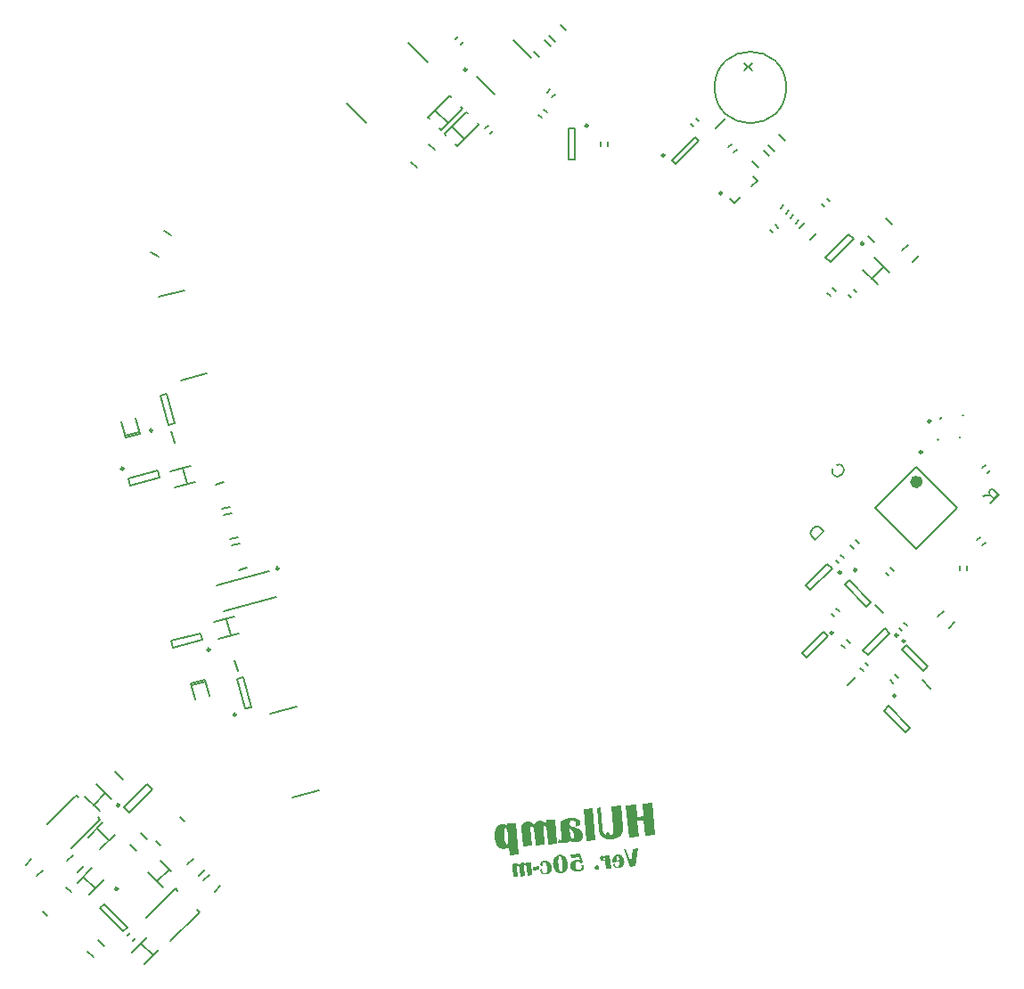
<source format=gbo>
G04 Layer_Color=32896*
%FSLAX44Y44*%
%MOMM*%
G71*
G01*
G75*
%ADD10C,0.3000*%
%ADD23C,0.6000*%
%ADD27C,0.2000*%
%ADD89C,0.2500*%
G36*
X21564Y-366333D02*
X12805Y-367099D01*
X11692Y-354375D01*
X11557Y-353364D01*
X11434Y-352492D01*
X11231Y-351767D01*
X11036Y-351133D01*
X10804Y-350596D01*
X10533Y-350156D01*
X10270Y-349807D01*
X10011Y-349504D01*
X9807Y-349290D01*
X9560Y-349126D01*
X9322Y-349054D01*
X9129Y-348978D01*
X8844Y-348910D01*
X8798Y-348914D01*
X8752Y-348918D01*
X8614Y-348930D01*
X8530Y-349030D01*
X8365Y-349277D01*
X8301Y-349608D01*
X8238Y-349938D01*
X8224Y-350311D01*
X8206Y-350638D01*
X8226Y-350868D01*
X8230Y-350914D01*
X8234Y-350961D01*
X9670Y-367373D01*
X910Y-368139D01*
X-203Y-355415D01*
X-338Y-354405D01*
X-460Y-353533D01*
X-667Y-352761D01*
X-862Y-352128D01*
X-1095Y-351591D01*
X-1366Y-351150D01*
X-1629Y-350801D01*
X-1887Y-350499D01*
X-2092Y-350285D01*
X-2334Y-350166D01*
X-2577Y-350048D01*
X-2770Y-349972D01*
X-3054Y-349904D01*
X-3100Y-349908D01*
X-3146Y-349912D01*
X-3415Y-350029D01*
X-3583Y-350229D01*
X-3744Y-350522D01*
X-3812Y-350807D01*
X-3829Y-351133D01*
X-3851Y-351414D01*
X-3835Y-351598D01*
X-3827Y-351691D01*
X-2363Y-368426D01*
X-11122Y-369192D01*
X-12635Y-351904D01*
X-12682Y-350839D01*
X-12528Y-349943D01*
X-12320Y-349135D01*
X-12011Y-348411D01*
X-11599Y-347818D01*
X-11136Y-347266D01*
X-10661Y-346853D01*
X-10136Y-346482D01*
X-9603Y-346203D01*
X-9066Y-345970D01*
X-8571Y-345788D01*
X-8118Y-345655D01*
X-7753Y-345577D01*
X-7481Y-345507D01*
X-7250Y-345486D01*
X-7204Y-345482D01*
X-6416Y-345460D01*
X-5717Y-345491D01*
X-5009Y-345615D01*
X-4389Y-345793D01*
X-3766Y-346018D01*
X-3189Y-346246D01*
X-2699Y-346528D01*
X-2210Y-346811D01*
X-1813Y-347101D01*
X-1462Y-347396D01*
X-1115Y-347644D01*
X-860Y-347900D01*
X-656Y-348115D01*
X-501Y-348287D01*
X-447Y-348375D01*
X-397Y-348417D01*
X-173Y-347794D01*
X148Y-347208D01*
X476Y-346715D01*
X813Y-346314D01*
X1195Y-345909D01*
X1632Y-345592D01*
X2027Y-345325D01*
X2426Y-345104D01*
X3189Y-344805D01*
X3504Y-344685D01*
X3823Y-344610D01*
X4049Y-344544D01*
X4234Y-344528D01*
X4372Y-344516D01*
X4418Y-344512D01*
X5206Y-344490D01*
X5951Y-344517D01*
X6659Y-344641D01*
X7279Y-344819D01*
X7906Y-345089D01*
X8438Y-345322D01*
X8931Y-345650D01*
X9374Y-345937D01*
X9771Y-346227D01*
X10126Y-346568D01*
X10427Y-346820D01*
X10682Y-347076D01*
X10844Y-347341D01*
X10999Y-347513D01*
X11053Y-347602D01*
X11103Y-347644D01*
X10772Y-343863D01*
X12402Y-343906D01*
X14028Y-343904D01*
X15515Y-343913D01*
X16210Y-343898D01*
X16856Y-343842D01*
X17413Y-343840D01*
X17966Y-343791D01*
X18431Y-343797D01*
X18846Y-343761D01*
X19169Y-343732D01*
X19400Y-343712D01*
X19538Y-343700D01*
X19584Y-343696D01*
X21564Y-366333D01*
D02*
G37*
G36*
X-14676Y-376890D02*
X-23436Y-377656D01*
X-24230Y-368574D01*
X-24471Y-369013D01*
X-24761Y-369410D01*
X-25056Y-369761D01*
X-25404Y-370024D01*
X-26148Y-370553D01*
X-26907Y-370898D01*
X-27587Y-371097D01*
X-27905Y-371172D01*
X-28178Y-371242D01*
X-28405Y-371308D01*
X-28589Y-371324D01*
X-28681Y-371332D01*
X-28727Y-371336D01*
X-29469Y-371355D01*
X-30169Y-371323D01*
X-30826Y-371241D01*
X-31446Y-371063D01*
X-32023Y-370835D01*
X-32604Y-370561D01*
X-33595Y-369858D01*
X-34455Y-369050D01*
X-35190Y-368092D01*
X-35836Y-367080D01*
X-36351Y-365964D01*
X-36771Y-364886D01*
X-37140Y-363850D01*
X-37413Y-362852D01*
X-37586Y-361938D01*
X-37743Y-361208D01*
X-37771Y-360885D01*
X-37842Y-360613D01*
X-37862Y-360382D01*
X-37874Y-360244D01*
X-37882Y-360152D01*
X-37886Y-360106D01*
X-37971Y-359137D01*
X-37959Y-358207D01*
X-37944Y-357323D01*
X-37874Y-356528D01*
X-37758Y-355728D01*
X-37634Y-355020D01*
X-37506Y-354358D01*
X-37374Y-353743D01*
X-37188Y-353216D01*
X-37044Y-352738D01*
X-36892Y-352354D01*
X-36736Y-352015D01*
X-36622Y-351726D01*
X-36546Y-351534D01*
X-36507Y-351437D01*
X-36465Y-351387D01*
X-36103Y-350751D01*
X-35682Y-350250D01*
X-35261Y-349749D01*
X-34833Y-349340D01*
X-34400Y-348977D01*
X-33917Y-348656D01*
X-33472Y-348431D01*
X-33027Y-348206D01*
X-32218Y-347903D01*
X-31903Y-347783D01*
X-31584Y-347708D01*
X-31358Y-347642D01*
X-31173Y-347626D01*
X-31035Y-347614D01*
X-30989Y-347610D01*
X-30386Y-347603D01*
X-29778Y-347643D01*
X-29255Y-347783D01*
X-28732Y-347923D01*
X-27857Y-348358D01*
X-27113Y-348896D01*
X-26550Y-349498D01*
X-26137Y-349972D01*
X-25982Y-350145D01*
X-25920Y-350325D01*
X-25820Y-350409D01*
X-25816Y-350455D01*
X-26102Y-347182D01*
X-24288Y-347209D01*
X-22616Y-347202D01*
X-21824Y-347226D01*
X-21083Y-347207D01*
X-20433Y-347197D01*
X-19834Y-347145D01*
X-19231Y-347138D01*
X-18769Y-347098D01*
X-18304Y-347104D01*
X-17982Y-347076D01*
X-17659Y-347047D01*
X-17474Y-347031D01*
X-17336Y-347019D01*
X-17290Y-347015D01*
X-14676Y-376890D01*
D02*
G37*
G36*
X114415Y-358209D02*
X104964Y-359036D01*
X103686Y-344421D01*
X97692Y-344946D01*
X98971Y-359560D01*
X89520Y-360387D01*
X86874Y-330144D01*
X96325Y-329317D01*
X97358Y-341119D01*
X103351Y-340595D01*
X102318Y-328793D01*
X111769Y-327966D01*
X114415Y-358209D01*
D02*
G37*
G36*
X10388Y-382648D02*
X10888Y-382708D01*
X11336Y-382773D01*
X11788Y-382890D01*
X12189Y-383010D01*
X12564Y-383134D01*
X12915Y-383285D01*
X13215Y-383441D01*
X13486Y-383573D01*
X13706Y-383710D01*
X13901Y-383849D01*
X14064Y-383939D01*
X14177Y-384033D01*
X14233Y-384080D01*
X14261Y-384104D01*
X14602Y-384438D01*
X14894Y-384802D01*
X15160Y-385169D01*
X15403Y-385564D01*
X15620Y-385961D01*
X15785Y-386363D01*
X16061Y-387145D01*
X16170Y-387500D01*
X16251Y-387831D01*
X16330Y-388136D01*
X16379Y-388391D01*
X16422Y-388596D01*
X16438Y-388776D01*
X16447Y-388880D01*
X16449Y-388905D01*
X16473Y-389476D01*
X16467Y-389996D01*
X16432Y-390493D01*
X16370Y-390967D01*
X16253Y-391419D01*
X16132Y-391820D01*
X15985Y-392223D01*
X15808Y-392576D01*
X15603Y-392906D01*
X15396Y-393211D01*
X14922Y-393746D01*
X14417Y-394207D01*
X13852Y-394594D01*
X13307Y-394902D01*
X12781Y-395130D01*
X12278Y-395330D01*
X11820Y-395448D01*
X11438Y-395533D01*
X11285Y-395573D01*
X11130Y-395587D01*
X11029Y-395621D01*
X10952Y-395628D01*
X10900Y-395633D01*
X10875Y-395635D01*
X10408Y-395650D01*
X9967Y-395662D01*
X9547Y-395621D01*
X9153Y-395577D01*
X8783Y-395506D01*
X8436Y-395406D01*
X7817Y-395174D01*
X7295Y-394856D01*
X6846Y-394479D01*
X6475Y-394095D01*
X6152Y-393681D01*
X5908Y-393261D01*
X5717Y-392861D01*
X5551Y-392460D01*
X5442Y-392105D01*
X5366Y-391826D01*
X5320Y-391596D01*
X5306Y-391441D01*
X5302Y-391389D01*
X5285Y-390896D01*
X7143Y-390136D01*
X7123Y-390502D01*
X7098Y-390816D01*
X7095Y-391076D01*
X7085Y-391259D01*
X7073Y-391416D01*
X7084Y-391545D01*
X7088Y-391597D01*
X7091Y-391623D01*
X7166Y-392188D01*
X7286Y-392672D01*
X7454Y-393099D01*
X7640Y-393447D01*
X7848Y-393741D01*
X8103Y-393979D01*
X8330Y-394193D01*
X8576Y-394328D01*
X8847Y-394460D01*
X9061Y-394519D01*
X9274Y-394579D01*
X9485Y-394612D01*
X9642Y-394624D01*
X9773Y-394639D01*
X9851Y-394632D01*
X9876Y-394630D01*
X10132Y-394581D01*
X10336Y-394538D01*
X10738Y-394372D01*
X11030Y-394139D01*
X11270Y-393910D01*
X11458Y-393685D01*
X11569Y-393467D01*
X11635Y-393332D01*
X11657Y-393278D01*
X11711Y-393013D01*
X11764Y-392722D01*
X11814Y-392406D01*
X11837Y-392066D01*
X11851Y-391336D01*
X11863Y-390581D01*
X11833Y-390246D01*
X11830Y-389908D01*
X11803Y-389598D01*
X11806Y-389338D01*
X11788Y-389131D01*
X11772Y-388951D01*
X11763Y-388847D01*
X11761Y-388821D01*
X11720Y-388357D01*
X11654Y-387895D01*
X11592Y-387484D01*
X11506Y-387101D01*
X11423Y-386744D01*
X11342Y-386413D01*
X11135Y-385833D01*
X10910Y-385333D01*
X10667Y-384938D01*
X10429Y-384595D01*
X10172Y-384331D01*
X9947Y-384143D01*
X9727Y-384006D01*
X9509Y-383895D01*
X9322Y-383834D01*
X9162Y-383795D01*
X9057Y-383779D01*
X8980Y-383785D01*
X8954Y-383788D01*
X8646Y-383841D01*
X8369Y-383943D01*
X8151Y-384118D01*
X7932Y-384293D01*
X7795Y-384513D01*
X7660Y-384759D01*
X7552Y-385003D01*
X7497Y-385267D01*
X7411Y-385769D01*
X7379Y-386006D01*
X7372Y-386215D01*
X7359Y-386372D01*
X7371Y-386501D01*
X7380Y-386604D01*
X7382Y-386630D01*
X7538Y-387813D01*
X5331Y-386965D01*
X5321Y-386264D01*
X5398Y-385659D01*
X5558Y-385099D01*
X5803Y-384636D01*
X6105Y-384219D01*
X6439Y-383878D01*
X6804Y-383586D01*
X7173Y-383345D01*
X7572Y-383154D01*
X7948Y-382991D01*
X8303Y-382882D01*
X8631Y-382776D01*
X8913Y-382725D01*
X9117Y-382681D01*
X9246Y-382670D01*
X9298Y-382665D01*
X9842Y-382644D01*
X10388Y-382648D01*
D02*
G37*
G36*
X57893Y-363154D02*
X49134Y-363921D01*
X46448Y-333216D01*
X48304Y-333193D01*
X49976Y-333186D01*
X50763Y-333164D01*
X51459Y-333149D01*
X52150Y-333089D01*
X52754Y-333083D01*
X53307Y-333034D01*
X53814Y-332990D01*
X54233Y-332999D01*
X54602Y-332967D01*
X54879Y-332943D01*
X55063Y-332927D01*
X55201Y-332915D01*
X55247Y-332911D01*
X57893Y-363154D01*
D02*
G37*
G36*
X289691Y-5410D02*
X289730Y-5423D01*
X289756D01*
X290058Y-5488D01*
X290359Y-5554D01*
X290634Y-5645D01*
X290909Y-5763D01*
X291419Y-6038D01*
X291851Y-6313D01*
X292061Y-6444D01*
X292218Y-6575D01*
X292375Y-6706D01*
X292506Y-6811D01*
X292611Y-6889D01*
X292676Y-6955D01*
X292729Y-7007D01*
X292742Y-7020D01*
X293148Y-7478D01*
X293501Y-7963D01*
X293789Y-8408D01*
X293907Y-8630D01*
X294012Y-8840D01*
X294103Y-9036D01*
X294182Y-9220D01*
X294247Y-9364D01*
X294313Y-9508D01*
X294339Y-9613D01*
X294365Y-9691D01*
X294391Y-9743D01*
Y-9770D01*
X294522Y-10346D01*
X294562Y-10909D01*
Y-11432D01*
X294522Y-11917D01*
X294457Y-12323D01*
X294418Y-12493D01*
X294378Y-12637D01*
X294365Y-12755D01*
X294339Y-12833D01*
X294313Y-12886D01*
Y-12912D01*
X294090Y-13501D01*
X293802Y-14051D01*
X293475Y-14562D01*
X293161Y-15007D01*
X293017Y-15203D01*
X292859Y-15387D01*
X292742Y-15531D01*
X292611Y-15662D01*
X292532Y-15766D01*
X292454Y-15845D01*
X292401Y-15897D01*
X292388Y-15910D01*
X291891Y-16356D01*
X291380Y-16761D01*
X290909Y-17102D01*
X290660Y-17246D01*
X290450Y-17377D01*
X290254Y-17495D01*
X290058Y-17586D01*
X289887Y-17678D01*
X289756Y-17757D01*
X289639Y-17796D01*
X289560Y-17848D01*
X289495Y-17861D01*
X289482Y-17874D01*
X288892Y-18071D01*
X288316Y-18202D01*
X287779Y-18267D01*
X287544D01*
X287321Y-18280D01*
X287112D01*
X286915Y-18267D01*
X286745Y-18254D01*
X286614Y-18228D01*
X286509D01*
X286418Y-18215D01*
X286378Y-18202D01*
X286352D01*
X286064Y-18123D01*
X285789Y-18032D01*
X285252Y-17783D01*
X284755Y-17495D01*
X284310Y-17180D01*
X284100Y-17023D01*
X283917Y-16892D01*
X283760Y-16761D01*
X283642Y-16644D01*
X283524Y-16552D01*
X283445Y-16473D01*
X283393Y-16421D01*
X283380Y-16408D01*
X283131Y-16133D01*
X282909Y-15858D01*
X282699Y-15596D01*
X282529Y-15321D01*
X282385Y-15046D01*
X282254Y-14784D01*
X282136Y-14536D01*
X282045Y-14287D01*
X281966Y-14077D01*
X281887Y-13868D01*
X281848Y-13698D01*
X281809Y-13527D01*
X281796Y-13410D01*
X281756Y-13318D01*
Y-13266D01*
Y-13239D01*
X281730Y-12899D01*
Y-12585D01*
X281770Y-12257D01*
X281809Y-11930D01*
X281940Y-11328D01*
X282123Y-10778D01*
X282215Y-10529D01*
X282306Y-10307D01*
X282398Y-10110D01*
X282477Y-9953D01*
X282542Y-9809D01*
X282595Y-9704D01*
X282634Y-9639D01*
X282647Y-9626D01*
X284153Y-10529D01*
X283995Y-10791D01*
X283864Y-11053D01*
X283747Y-11302D01*
X283642Y-11537D01*
X283563Y-11773D01*
X283511Y-11982D01*
X283472Y-12205D01*
X283432Y-12401D01*
X283393Y-12572D01*
Y-12729D01*
X283380Y-12873D01*
X283367Y-12991D01*
X283380Y-13082D01*
Y-13161D01*
Y-13187D01*
Y-13213D01*
X283406Y-13449D01*
X283472Y-13671D01*
X283616Y-14103D01*
X283786Y-14483D01*
X283995Y-14824D01*
X284179Y-15112D01*
X284257Y-15216D01*
X284349Y-15308D01*
X284414Y-15400D01*
X284467Y-15452D01*
X284493Y-15478D01*
X284506Y-15491D01*
X284820Y-15779D01*
X285161Y-16015D01*
X285488Y-16212D01*
X285802Y-16369D01*
X286064Y-16473D01*
X286182Y-16513D01*
X286274Y-16552D01*
X286352Y-16578D01*
X286418Y-16591D01*
X286457Y-16604D01*
X286470Y-16617D01*
X286902Y-16683D01*
X287308Y-16696D01*
X287714Y-16657D01*
X288067Y-16591D01*
X288369Y-16526D01*
X288604Y-16447D01*
X288696Y-16408D01*
X288761Y-16395D01*
X288801Y-16382D01*
X288814Y-16369D01*
X289259Y-16133D01*
X289678Y-15871D01*
X290084Y-15596D01*
X290437Y-15321D01*
X290594Y-15190D01*
X290738Y-15072D01*
X290856Y-14955D01*
X290961Y-14876D01*
X291040Y-14797D01*
X291105Y-14732D01*
X291144Y-14693D01*
X291157Y-14680D01*
X291485Y-14326D01*
X291773Y-13986D01*
X292008Y-13645D01*
X292218Y-13331D01*
X292401Y-13069D01*
X292467Y-12951D01*
X292519Y-12847D01*
X292572Y-12768D01*
X292598Y-12716D01*
X292611Y-12676D01*
X292624Y-12663D01*
X292794Y-12231D01*
X292925Y-11812D01*
X292990Y-11432D01*
X293017Y-11066D01*
X293030Y-10765D01*
X293017Y-10542D01*
X292990Y-10385D01*
X293004Y-10346D01*
X292990Y-10333D01*
X292886Y-9887D01*
X292715Y-9455D01*
X292519Y-9076D01*
X292297Y-8748D01*
X292087Y-8460D01*
X291995Y-8342D01*
X291904Y-8251D01*
X291851Y-8172D01*
X291799Y-8120D01*
X291760Y-8081D01*
X291747Y-8067D01*
X291406Y-7753D01*
X291053Y-7505D01*
X290725Y-7334D01*
X290424Y-7190D01*
X290162Y-7112D01*
X289966Y-7046D01*
X289835Y-7020D01*
X289783D01*
X289377Y-7007D01*
X288958Y-7033D01*
X288565Y-7112D01*
X288198Y-7217D01*
X287884Y-7321D01*
X287740Y-7387D01*
X287635Y-7439D01*
X287544Y-7478D01*
X287465Y-7505D01*
X287426Y-7518D01*
X287413Y-7531D01*
X286509Y-6077D01*
X286824Y-5920D01*
X287112Y-5789D01*
X287413Y-5698D01*
X287701Y-5593D01*
X287976Y-5527D01*
X288251Y-5488D01*
X288513Y-5436D01*
X288748Y-5410D01*
X288958D01*
X289154Y-5397D01*
X289599D01*
X289691Y-5410D01*
D02*
G37*
G36*
X434870Y-28967D02*
X435145Y-29006D01*
X435381Y-29058D01*
X435551Y-29124D01*
X435669Y-29163D01*
X435695D01*
X435709Y-29176D01*
X435866Y-29255D01*
X436049Y-29360D01*
X436402Y-29582D01*
X436756Y-29857D01*
X437083Y-30106D01*
X437371Y-30368D01*
X437489Y-30486D01*
X437607Y-30577D01*
X437686Y-30656D01*
X437751Y-30721D01*
X437790Y-30761D01*
X437803Y-30774D01*
X441810Y-34780D01*
X432749Y-43841D01*
X431545Y-42636D01*
X435564Y-38616D01*
X434176Y-37229D01*
X434019Y-37071D01*
X433862Y-36941D01*
X433758Y-36836D01*
X433653Y-36757D01*
X433574Y-36705D01*
X433522Y-36653D01*
X433483Y-36639D01*
X433470Y-36626D01*
X433195Y-36482D01*
X433064Y-36430D01*
X432946Y-36391D01*
X432828Y-36351D01*
X432749Y-36325D01*
X432710Y-36312D01*
X432684D01*
X432501Y-36286D01*
X432304Y-36273D01*
X431728D01*
X431584Y-36286D01*
X431492Y-36299D01*
X431466D01*
X431152Y-36351D01*
X430812Y-36404D01*
X430458Y-36469D01*
X430118Y-36521D01*
X429817Y-36587D01*
X429581Y-36639D01*
X429489Y-36653D01*
X429424Y-36665D01*
X429371D01*
X429358Y-36679D01*
X426281Y-37373D01*
X424789Y-35880D01*
X428808Y-34976D01*
X429254Y-34898D01*
X429659Y-34832D01*
X430026Y-34806D01*
X430353Y-34767D01*
X431008D01*
X431191Y-34793D01*
X431401Y-34819D01*
X431781Y-34911D01*
X431938Y-34963D01*
X432068Y-34990D01*
X432147Y-35016D01*
X432186Y-35029D01*
X431990Y-34754D01*
X431807Y-34492D01*
X431676Y-34230D01*
X431532Y-33981D01*
X431427Y-33746D01*
X431348Y-33510D01*
X431270Y-33301D01*
X431204Y-33104D01*
X431178Y-32921D01*
X431139Y-32751D01*
X431113Y-32620D01*
X431100Y-32502D01*
X431087Y-32410D01*
Y-32332D01*
Y-32306D01*
Y-32279D01*
X431113Y-32044D01*
X431139Y-31808D01*
X431257Y-31376D01*
X431427Y-30996D01*
X431610Y-30656D01*
X431781Y-30381D01*
X431859Y-30276D01*
X431951Y-30184D01*
X432003Y-30106D01*
X432055Y-30054D01*
X432082Y-30027D01*
X432095Y-30014D01*
X432383Y-29752D01*
X432671Y-29543D01*
X432972Y-29373D01*
X433234Y-29242D01*
X433483Y-29150D01*
X433666Y-29072D01*
X433797Y-29045D01*
X433823D01*
X433836Y-29032D01*
X434203Y-28980D01*
X434543Y-28954D01*
X434870Y-28967D01*
D02*
G37*
G36*
X268674Y-64165D02*
X268805D01*
X269185Y-64204D01*
X269538Y-64296D01*
X269879Y-64401D01*
X270180Y-64518D01*
X270429Y-64636D01*
X270612Y-64741D01*
X270690Y-64767D01*
X270730Y-64806D01*
X270769Y-64819D01*
X270782Y-64833D01*
X271044Y-65016D01*
X271345Y-65238D01*
X271633Y-65474D01*
X271908Y-65723D01*
X272157Y-65946D01*
X272262Y-66050D01*
X272353Y-66142D01*
X272419Y-66207D01*
X272471Y-66260D01*
X272511Y-66299D01*
X272524Y-66312D01*
X275640Y-69428D01*
X266579Y-78489D01*
X263319Y-75229D01*
X263031Y-74914D01*
X262769Y-74626D01*
X262547Y-74351D01*
X262363Y-74116D01*
X262206Y-73906D01*
X262088Y-73762D01*
X262062Y-73710D01*
X262036Y-73657D01*
X262023Y-73644D01*
X262010Y-73631D01*
X261840Y-73330D01*
X261709Y-73042D01*
X261591Y-72793D01*
X261512Y-72558D01*
X261447Y-72361D01*
X261407Y-72217D01*
X261394Y-72126D01*
X261381Y-72086D01*
X261329Y-71798D01*
Y-71510D01*
X261316Y-71235D01*
X261329Y-70986D01*
X261342Y-70764D01*
X261355Y-70594D01*
X261368Y-70476D01*
X261381Y-70437D01*
X261460Y-70096D01*
X261551Y-69743D01*
X261656Y-69428D01*
X261787Y-69140D01*
X261892Y-68878D01*
X261984Y-68682D01*
X262023Y-68617D01*
X262049Y-68564D01*
X262062Y-68525D01*
X262075Y-68512D01*
X262311Y-68119D01*
X262560Y-67739D01*
X262822Y-67399D01*
X263070Y-67072D01*
X263306Y-66810D01*
X263411Y-66705D01*
X263489Y-66600D01*
X263555Y-66535D01*
X263620Y-66469D01*
X263646Y-66443D01*
X263659Y-66430D01*
X264118Y-65998D01*
X264563Y-65631D01*
X264995Y-65330D01*
X265191Y-65186D01*
X265375Y-65081D01*
X265558Y-64977D01*
X265702Y-64885D01*
X265833Y-64806D01*
X265964Y-64754D01*
X266056Y-64689D01*
X266134Y-64662D01*
X266173Y-64649D01*
X266187Y-64636D01*
X266671Y-64440D01*
X267142Y-64309D01*
X267587Y-64230D01*
X267980Y-64178D01*
X268321Y-64152D01*
X268582D01*
X268674Y-64165D01*
D02*
G37*
G36*
X35822Y-341857D02*
X36568Y-341885D01*
X37225Y-341967D01*
X37883Y-342049D01*
X38498Y-342181D01*
X39068Y-342317D01*
X40026Y-342651D01*
X40896Y-343039D01*
X41586Y-343490D01*
X42137Y-343953D01*
X42601Y-344470D01*
X42968Y-344949D01*
X43193Y-345393D01*
X43413Y-345792D01*
X43538Y-346153D01*
X43608Y-346426D01*
X43624Y-346610D01*
X43628Y-346656D01*
X43651Y-347444D01*
X43669Y-348186D01*
X43697Y-348508D01*
X43671Y-348743D01*
X43688Y-348927D01*
X43692Y-348973D01*
X38970Y-350223D01*
X39089Y-349469D01*
X39171Y-348811D01*
X39215Y-348250D01*
X39221Y-347785D01*
X39239Y-347458D01*
X39265Y-347224D01*
X39253Y-347085D01*
X39248Y-347039D01*
X39158Y-346536D01*
X39030Y-346129D01*
X38813Y-345777D01*
X38600Y-345470D01*
X38299Y-345218D01*
X38007Y-345057D01*
X37375Y-344741D01*
X36760Y-344609D01*
X36198Y-344565D01*
X36010Y-344535D01*
X35825Y-344552D01*
X35733Y-344560D01*
X35687Y-344564D01*
X35184Y-344654D01*
X34777Y-344783D01*
X34374Y-344957D01*
X34068Y-345170D01*
X33811Y-345424D01*
X33601Y-345675D01*
X33323Y-346211D01*
X33140Y-346784D01*
X33089Y-347253D01*
X33059Y-347441D01*
X33071Y-347580D01*
X33079Y-347672D01*
X33083Y-347718D01*
X33165Y-348129D01*
X33382Y-348482D01*
X33695Y-348872D01*
X34092Y-349163D01*
X34539Y-349495D01*
X35028Y-349778D01*
X36045Y-350246D01*
X37104Y-350665D01*
X37581Y-350809D01*
X38008Y-350911D01*
X38389Y-351017D01*
X38673Y-351085D01*
X38866Y-351161D01*
X38912Y-351157D01*
X40101Y-351471D01*
X41159Y-351889D01*
X42080Y-352320D01*
X42866Y-352809D01*
X43564Y-353351D01*
X44123Y-353906D01*
X44637Y-354465D01*
X45012Y-355037D01*
X45337Y-355565D01*
X45566Y-356057D01*
X45794Y-356548D01*
X45923Y-356954D01*
X45997Y-357273D01*
X46068Y-357546D01*
X46084Y-357730D01*
X46088Y-357776D01*
X46100Y-358983D01*
X45963Y-360063D01*
X45674Y-361018D01*
X45282Y-361842D01*
X44785Y-362536D01*
X44234Y-363141D01*
X43629Y-363659D01*
X42966Y-364042D01*
X42303Y-364425D01*
X41673Y-364666D01*
X41086Y-364857D01*
X40545Y-365044D01*
X40088Y-365130D01*
X39723Y-365208D01*
X39493Y-365229D01*
X39400Y-365237D01*
X38705Y-365251D01*
X38009Y-365265D01*
X37398Y-365180D01*
X36828Y-365044D01*
X36305Y-364903D01*
X35870Y-364709D01*
X35435Y-364515D01*
X35042Y-364271D01*
X34448Y-363858D01*
X33997Y-363479D01*
X33843Y-363307D01*
X33738Y-363177D01*
X33642Y-363139D01*
X33638Y-363093D01*
X33490Y-363524D01*
X33296Y-363959D01*
X33001Y-364310D01*
X32657Y-364619D01*
X31867Y-365152D01*
X30969Y-365510D01*
X30156Y-365767D01*
X29745Y-365849D01*
X29426Y-365923D01*
X29153Y-365994D01*
X28923Y-366014D01*
X28785Y-366026D01*
X28739Y-366030D01*
X27674Y-366077D01*
X26602Y-366031D01*
X25567Y-365889D01*
X24625Y-365740D01*
X23779Y-365628D01*
X23444Y-365518D01*
X23160Y-365450D01*
X22921Y-365378D01*
X22733Y-365348D01*
X22636Y-365310D01*
X22590Y-365314D01*
X23320Y-362509D01*
X23701Y-362615D01*
X24036Y-362725D01*
X24321Y-362793D01*
X24509Y-362823D01*
X24648Y-362811D01*
X24744Y-362849D01*
X24790Y-362845D01*
X25062Y-362775D01*
X25231Y-362574D01*
X25391Y-362281D01*
X25459Y-361997D01*
X25481Y-361716D01*
X25503Y-361435D01*
X25487Y-361251D01*
X25483Y-361205D01*
X24329Y-348019D01*
X24335Y-347554D01*
X24341Y-347089D01*
X24443Y-346662D01*
X24591Y-346231D01*
X24991Y-345499D01*
X25538Y-344848D01*
X26185Y-344280D01*
X26979Y-343792D01*
X27776Y-343351D01*
X28628Y-342998D01*
X29488Y-342737D01*
X30302Y-342480D01*
X31119Y-342269D01*
X31807Y-342162D01*
X32402Y-342064D01*
X32859Y-341977D01*
X33044Y-341961D01*
X33182Y-341949D01*
X33228Y-341945D01*
X33274Y-341941D01*
X34150Y-341864D01*
X35030Y-341834D01*
X35822Y-341857D01*
D02*
G37*
G36*
X84164Y-350682D02*
X84203Y-351654D01*
X84187Y-352538D01*
X84126Y-353426D01*
X83964Y-354230D01*
X83748Y-354946D01*
X83532Y-355662D01*
X83219Y-356339D01*
X82899Y-356925D01*
X82486Y-357518D01*
X82116Y-358062D01*
X81174Y-358980D01*
X80174Y-359765D01*
X79162Y-360411D01*
X78096Y-360969D01*
X77110Y-361380D01*
X76116Y-361699D01*
X75252Y-361914D01*
X74523Y-362071D01*
X74250Y-362141D01*
X73977Y-362211D01*
X73747Y-362232D01*
X73609Y-362244D01*
X73516Y-362252D01*
X73470Y-362256D01*
X72406Y-362303D01*
X71384Y-362299D01*
X70449Y-362242D01*
X69557Y-362134D01*
X68753Y-361972D01*
X67992Y-361760D01*
X67272Y-361497D01*
X66594Y-361185D01*
X65963Y-360869D01*
X65373Y-360502D01*
X64826Y-360085D01*
X64374Y-359707D01*
X63506Y-358807D01*
X62818Y-357845D01*
X62226Y-356922D01*
X61772Y-355986D01*
X61465Y-355130D01*
X61212Y-354362D01*
X61059Y-353679D01*
X60989Y-353406D01*
X60923Y-353180D01*
X60907Y-352995D01*
X60895Y-352857D01*
X60887Y-352765D01*
X60883Y-352719D01*
X59120Y-332572D01*
X62900Y-332241D01*
X64663Y-352388D01*
X64810Y-353537D01*
X65083Y-354535D01*
X65432Y-355340D01*
X65820Y-356050D01*
X66291Y-356659D01*
X66800Y-357172D01*
X67298Y-357547D01*
X67833Y-357825D01*
X68365Y-358057D01*
X68846Y-358247D01*
X69319Y-358345D01*
X69742Y-358401D01*
X70068Y-358419D01*
X70349Y-358441D01*
X70534Y-358425D01*
X70580Y-358421D01*
X71498Y-358294D01*
X72316Y-358083D01*
X72941Y-357796D01*
X73428Y-357521D01*
X73780Y-357304D01*
X74037Y-357050D01*
X74163Y-356899D01*
X74205Y-356849D01*
X74365Y-356557D01*
X74475Y-356222D01*
X74641Y-355464D01*
X74753Y-354618D01*
X74773Y-353780D01*
X74796Y-352988D01*
X74768Y-352665D01*
X74786Y-352339D01*
X74766Y-352108D01*
X74750Y-351924D01*
X74738Y-351786D01*
X74734Y-351739D01*
X72951Y-331362D01*
X82402Y-330535D01*
X84164Y-350682D01*
D02*
G37*
G36*
X-2311Y-396528D02*
X-6802Y-396921D01*
X-7414Y-389927D01*
X-7494Y-389310D01*
X-7593Y-388772D01*
X-7711Y-388315D01*
X-7850Y-387910D01*
X-8008Y-387586D01*
X-8162Y-387314D01*
X-8338Y-387095D01*
X-8508Y-386928D01*
X-8677Y-386786D01*
X-8841Y-386697D01*
X-8976Y-386631D01*
X-9110Y-386590D01*
X-9215Y-386574D01*
X-9295Y-386554D01*
X-9347Y-386559D01*
X-9373Y-386561D01*
X-9474Y-386596D01*
X-9574Y-386631D01*
X-9714Y-386825D01*
X-9825Y-387043D01*
X-9879Y-387308D01*
X-9906Y-387596D01*
X-9914Y-387805D01*
X-9898Y-387986D01*
X-9896Y-388012D01*
X-9894Y-388037D01*
X-9099Y-397122D01*
X-13590Y-397515D01*
X-14202Y-390521D01*
X-14282Y-389904D01*
X-14381Y-389366D01*
X-14501Y-388882D01*
X-14638Y-388504D01*
X-14799Y-388154D01*
X-14952Y-387882D01*
X-15128Y-387663D01*
X-15298Y-387496D01*
X-15441Y-387352D01*
X-15605Y-387263D01*
X-15741Y-387197D01*
X-15874Y-387156D01*
X-15980Y-387139D01*
X-16059Y-387120D01*
X-16111Y-387125D01*
X-16137Y-387127D01*
X-16264Y-387164D01*
X-16365Y-387199D01*
X-16534Y-387344D01*
X-16645Y-387562D01*
X-16728Y-387803D01*
X-16759Y-388040D01*
X-16769Y-388223D01*
X-16756Y-388378D01*
X-16753Y-388403D01*
X-16751Y-388429D01*
X-15938Y-397721D01*
X-20429Y-398114D01*
X-21269Y-388512D01*
X-21293Y-387942D01*
X-21230Y-387469D01*
X-21114Y-387016D01*
X-20939Y-386637D01*
X-20731Y-386333D01*
X-20496Y-386052D01*
X-20230Y-385821D01*
X-19962Y-385615D01*
X-19690Y-385461D01*
X-19415Y-385333D01*
X-19161Y-385259D01*
X-18933Y-385187D01*
X-18729Y-385143D01*
X-18576Y-385104D01*
X-18473Y-385095D01*
X-18447Y-385093D01*
X-18032Y-385082D01*
X-17641Y-385100D01*
X-17244Y-385169D01*
X-16897Y-385269D01*
X-16223Y-385548D01*
X-15923Y-385704D01*
X-15649Y-385862D01*
X-15399Y-386048D01*
X-15177Y-386211D01*
X-14980Y-386376D01*
X-14812Y-386517D01*
X-14697Y-386637D01*
X-14611Y-386734D01*
X-14555Y-386781D01*
X-14527Y-386804D01*
X-14378Y-386427D01*
X-14198Y-386099D01*
X-13988Y-385821D01*
X-13777Y-385568D01*
X-13562Y-385341D01*
X-13318Y-385164D01*
X-13097Y-385015D01*
X-12874Y-384891D01*
X-12474Y-384700D01*
X-12298Y-384633D01*
X-12120Y-384591D01*
X-11993Y-384554D01*
X-11889Y-384545D01*
X-11838Y-384540D01*
X-11812Y-384538D01*
X-11397Y-384528D01*
X-10977Y-384569D01*
X-10581Y-384638D01*
X-10183Y-384734D01*
X-9508Y-385013D01*
X-9180Y-385192D01*
X-8906Y-385350D01*
X-8630Y-385534D01*
X-8406Y-385723D01*
X-8209Y-385887D01*
X-8041Y-386029D01*
X-7900Y-386147D01*
X-7814Y-386243D01*
X-7756Y-386316D01*
X-7728Y-386339D01*
X-7915Y-384197D01*
X-7080Y-384228D01*
X-6273Y-384236D01*
X-5494Y-384220D01*
X-5156Y-384216D01*
X-4821Y-384187D01*
X-4509Y-384185D01*
X-4225Y-384160D01*
X-3991Y-384166D01*
X-3784Y-384148D01*
X-3629Y-384134D01*
X-3500Y-384123D01*
X-3423Y-384116D01*
X-3397Y-384114D01*
X-2311Y-396528D01*
D02*
G37*
G36*
X95481Y-387973D02*
X91119Y-388354D01*
X84799Y-372003D01*
X86606Y-371845D01*
X91358Y-384250D01*
X93549Y-371237D01*
X98453Y-370808D01*
X95481Y-387973D01*
D02*
G37*
G36*
X72588Y-389976D02*
X68097Y-390368D01*
X67449Y-382961D01*
X67385Y-382525D01*
X67325Y-382140D01*
X67214Y-381759D01*
X67109Y-381456D01*
X67033Y-381177D01*
X66937Y-380977D01*
X66901Y-380851D01*
X66870Y-380801D01*
X66686Y-380479D01*
X66534Y-380232D01*
X66364Y-380065D01*
X66223Y-379948D01*
X66113Y-379879D01*
X66034Y-379860D01*
X65980Y-379839D01*
X65954Y-379841D01*
X65775Y-379883D01*
X65630Y-380000D01*
X65538Y-380138D01*
X65497Y-380271D01*
X65459Y-380430D01*
X65445Y-380562D01*
X65454Y-380665D01*
X65456Y-380691D01*
X65509Y-380998D01*
X65585Y-381278D01*
X65648Y-381402D01*
X65683Y-381503D01*
X65714Y-381553D01*
X65716Y-381578D01*
X65779Y-381703D01*
X65846Y-381879D01*
X65953Y-382208D01*
X66018Y-382358D01*
X66055Y-382485D01*
X66088Y-382560D01*
X66090Y-382586D01*
X63019Y-382855D01*
X62947Y-382627D01*
X62877Y-382425D01*
X62812Y-382275D01*
X62775Y-382148D01*
X62738Y-382021D01*
X62731Y-381944D01*
X62703Y-381920D01*
X62701Y-381894D01*
X62598Y-381617D01*
X62522Y-381338D01*
X62450Y-381110D01*
X62406Y-380906D01*
X62364Y-380727D01*
X62353Y-380598D01*
X62346Y-380521D01*
X62344Y-380495D01*
X62334Y-380080D01*
X62377Y-379686D01*
X62453Y-379367D01*
X62558Y-379072D01*
X62692Y-378826D01*
X62883Y-378627D01*
X63050Y-378457D01*
X63245Y-378310D01*
X63443Y-378188D01*
X63616Y-378095D01*
X63969Y-377960D01*
X64098Y-377949D01*
X64199Y-377914D01*
X64276Y-377907D01*
X64302Y-377905D01*
X64588Y-377906D01*
X64877Y-377933D01*
X65170Y-378011D01*
X65413Y-378120D01*
X65907Y-378415D01*
X66326Y-378742D01*
X66670Y-379102D01*
X66931Y-379417D01*
X67046Y-379538D01*
X67106Y-379636D01*
X67137Y-379686D01*
X67165Y-379709D01*
X66986Y-377670D01*
X67744Y-377708D01*
X68447Y-377724D01*
X69071Y-377722D01*
X69616Y-377700D01*
X69850Y-377706D01*
X70057Y-377688D01*
X70240Y-377698D01*
X70369Y-377686D01*
X70498Y-377675D01*
X70575Y-377668D01*
X70627Y-377664D01*
X70652Y-377662D01*
X71504Y-377587D01*
X72588Y-389976D01*
D02*
G37*
G36*
X46078Y-384519D02*
X44185Y-385179D01*
X43925Y-384889D01*
X43645Y-384654D01*
X43366Y-384444D01*
X43116Y-384258D01*
X42844Y-384126D01*
X42599Y-383991D01*
X42142Y-383823D01*
X41720Y-383756D01*
X41560Y-383718D01*
X41429Y-383703D01*
X41298Y-383689D01*
X41220Y-383695D01*
X41169Y-383700D01*
X41143Y-383702D01*
X40655Y-383771D01*
X40251Y-383910D01*
X39903Y-384097D01*
X39611Y-384330D01*
X39350Y-384613D01*
X39166Y-384889D01*
X39010Y-385189D01*
X38883Y-385512D01*
X38807Y-385831D01*
X38754Y-386122D01*
X38699Y-386387D01*
X38696Y-386647D01*
X38688Y-386856D01*
X38676Y-387013D01*
X38685Y-387116D01*
X38687Y-387142D01*
X38723Y-387555D01*
X38783Y-387940D01*
X38947Y-388628D01*
X39154Y-389208D01*
X39406Y-389706D01*
X39702Y-390122D01*
X39992Y-390461D01*
X40303Y-390746D01*
X40633Y-390951D01*
X40958Y-391104D01*
X41256Y-391234D01*
X41523Y-391315D01*
X41785Y-391344D01*
X41996Y-391378D01*
X42154Y-391390D01*
X42257Y-391381D01*
X42283Y-391379D01*
X42745Y-391312D01*
X43151Y-391199D01*
X43501Y-391038D01*
X43797Y-390856D01*
X44014Y-390655D01*
X44228Y-390428D01*
X44388Y-390180D01*
X44497Y-389936D01*
X44580Y-389695D01*
X44663Y-389454D01*
X44696Y-389243D01*
X44707Y-389060D01*
X44719Y-388903D01*
X44733Y-388772D01*
X44727Y-388694D01*
X44724Y-388668D01*
X44642Y-388025D01*
X44589Y-387718D01*
X44513Y-387439D01*
X44464Y-387183D01*
X44423Y-387004D01*
X44386Y-386878D01*
X44381Y-386826D01*
X46590Y-387101D01*
X46668Y-387406D01*
X46717Y-387662D01*
X46791Y-387915D01*
X46809Y-388122D01*
X46848Y-388274D01*
X46860Y-388404D01*
X46866Y-388481D01*
X46869Y-388507D01*
X46874Y-388870D01*
X46852Y-389210D01*
X46802Y-389527D01*
X46726Y-389846D01*
X46487Y-390387D01*
X46166Y-390883D01*
X45761Y-391308D01*
X45298Y-391661D01*
X44807Y-391990D01*
X44283Y-392244D01*
X43754Y-392446D01*
X43250Y-392620D01*
X42766Y-392741D01*
X42334Y-392856D01*
X41975Y-392914D01*
X41693Y-392965D01*
X41590Y-392974D01*
X41487Y-392983D01*
X41461Y-392985D01*
X41435Y-392987D01*
X40839Y-393013D01*
X40293Y-393009D01*
X39770Y-392977D01*
X39270Y-392916D01*
X38797Y-392854D01*
X38372Y-392761D01*
X37972Y-392640D01*
X37623Y-392514D01*
X37302Y-392412D01*
X37030Y-392280D01*
X36787Y-392172D01*
X36569Y-392061D01*
X36433Y-391994D01*
X36297Y-391928D01*
X36241Y-391881D01*
X36213Y-391858D01*
X35850Y-391577D01*
X35537Y-391267D01*
X35250Y-390954D01*
X34986Y-390613D01*
X34776Y-390293D01*
X34589Y-389945D01*
X34431Y-389621D01*
X34298Y-389294D01*
X34192Y-388966D01*
X34115Y-388686D01*
X34041Y-388433D01*
X33995Y-388203D01*
X33953Y-388024D01*
X33942Y-387895D01*
X33933Y-387792D01*
X33930Y-387766D01*
X33918Y-387325D01*
X33933Y-386908D01*
X33977Y-386514D01*
X34046Y-386118D01*
X34272Y-385422D01*
X34402Y-385124D01*
X34532Y-384827D01*
X34666Y-384581D01*
X34803Y-384361D01*
X34942Y-384167D01*
X35057Y-384001D01*
X35149Y-383862D01*
X35220Y-383778D01*
X35267Y-383722D01*
X35291Y-383694D01*
X35601Y-383381D01*
X35917Y-383119D01*
X36234Y-382883D01*
X36580Y-382671D01*
X36927Y-382485D01*
X37280Y-382350D01*
X37933Y-382085D01*
X38238Y-382006D01*
X38543Y-381927D01*
X38799Y-381879D01*
X39003Y-381835D01*
X39181Y-381793D01*
X39336Y-381780D01*
X39414Y-381773D01*
X39440Y-381771D01*
X39855Y-381760D01*
X40244Y-381752D01*
X41032Y-381839D01*
X41749Y-382011D01*
X42389Y-382189D01*
X42684Y-382293D01*
X42954Y-382399D01*
X43171Y-382510D01*
X43361Y-382598D01*
X43523Y-382662D01*
X43633Y-382730D01*
X43712Y-382749D01*
X43740Y-382773D01*
X42807Y-379240D01*
X34858Y-379935D01*
X33903Y-376455D01*
X43711Y-375597D01*
X46078Y-384519D01*
D02*
G37*
G36*
X79715Y-376609D02*
X80163Y-376674D01*
X80561Y-376769D01*
X80960Y-376864D01*
X81311Y-377015D01*
X81634Y-377143D01*
X81960Y-377296D01*
X82233Y-377454D01*
X82456Y-377617D01*
X82678Y-377780D01*
X82844Y-377895D01*
X82985Y-378013D01*
X83097Y-378107D01*
X83153Y-378154D01*
X83181Y-378178D01*
X83497Y-378514D01*
X83788Y-378879D01*
X84031Y-379274D01*
X84248Y-379671D01*
X84439Y-380070D01*
X84630Y-380470D01*
X84878Y-381228D01*
X84987Y-381583D01*
X85066Y-381888D01*
X85119Y-382196D01*
X85167Y-382451D01*
X85211Y-382655D01*
X85225Y-382810D01*
X85234Y-382914D01*
X85236Y-382939D01*
X85260Y-383509D01*
X85253Y-384030D01*
X85219Y-384527D01*
X85156Y-385001D01*
X85038Y-385427D01*
X84919Y-385854D01*
X84770Y-386231D01*
X84593Y-386585D01*
X84388Y-386915D01*
X84180Y-387219D01*
X83683Y-387783D01*
X83175Y-388217D01*
X82611Y-388605D01*
X82066Y-388912D01*
X81539Y-389140D01*
X81011Y-389343D01*
X80553Y-389461D01*
X80171Y-389546D01*
X80018Y-389586D01*
X79865Y-389625D01*
X79762Y-389634D01*
X79685Y-389641D01*
X79633Y-389645D01*
X79607Y-389647D01*
X79166Y-389660D01*
X78751Y-389670D01*
X77991Y-389607D01*
X77328Y-389457D01*
X76735Y-389223D01*
X76241Y-388928D01*
X75797Y-388602D01*
X75402Y-388247D01*
X75110Y-387882D01*
X74841Y-387490D01*
X74627Y-387118D01*
X74466Y-386768D01*
X74362Y-386465D01*
X74259Y-386188D01*
X74215Y-385984D01*
X74178Y-385857D01*
X74174Y-385806D01*
X75935Y-385131D01*
X75939Y-385469D01*
X75936Y-385730D01*
X75945Y-385833D01*
X75951Y-385910D01*
X75956Y-385962D01*
X75958Y-385988D01*
X76027Y-386476D01*
X76140Y-386882D01*
X76275Y-387234D01*
X76457Y-387531D01*
X76663Y-387799D01*
X76862Y-387989D01*
X77110Y-388150D01*
X77330Y-388286D01*
X77545Y-388372D01*
X77758Y-388431D01*
X77972Y-388490D01*
X78155Y-388500D01*
X78312Y-388512D01*
X78417Y-388529D01*
X78495Y-388522D01*
X78520Y-388520D01*
X78750Y-388474D01*
X78955Y-388430D01*
X79328Y-388242D01*
X79618Y-387982D01*
X79872Y-387622D01*
X80099Y-387238D01*
X80269Y-386807D01*
X80386Y-386355D01*
X80474Y-385879D01*
X80539Y-385431D01*
X80578Y-384985D01*
X80593Y-384568D01*
X80585Y-384179D01*
X80584Y-383867D01*
X80589Y-383632D01*
X80576Y-383477D01*
X80574Y-383451D01*
X80571Y-383425D01*
X74042Y-383997D01*
X74013Y-383375D01*
X73987Y-382779D01*
X74015Y-382205D01*
X74075Y-381705D01*
X74161Y-381204D01*
X74252Y-380754D01*
X74371Y-380327D01*
X74517Y-379924D01*
X74692Y-379545D01*
X74872Y-379217D01*
X75079Y-378913D01*
X75287Y-378609D01*
X75739Y-378127D01*
X76195Y-377697D01*
X76661Y-377370D01*
X77133Y-377121D01*
X77584Y-376925D01*
X77962Y-376788D01*
X78319Y-376705D01*
X78573Y-376631D01*
X78676Y-376622D01*
X78753Y-376615D01*
X78779Y-376613D01*
X78805Y-376610D01*
X79272Y-376595D01*
X79715Y-376609D01*
D02*
G37*
G36*
X25063Y-377073D02*
X25640Y-377126D01*
X26169Y-377236D01*
X26678Y-377400D01*
X27137Y-377594D01*
X27573Y-377816D01*
X27984Y-378066D01*
X28375Y-378369D01*
X28740Y-378676D01*
X29056Y-379012D01*
X29371Y-379349D01*
X29903Y-380082D01*
X30335Y-380851D01*
X30691Y-381652D01*
X30991Y-382406D01*
X31209Y-383115D01*
X31371Y-383777D01*
X31421Y-384059D01*
X31470Y-384314D01*
X31516Y-384544D01*
X31534Y-384751D01*
X31574Y-384903D01*
X31583Y-385007D01*
X31589Y-385084D01*
X31591Y-385110D01*
X31634Y-385887D01*
X31647Y-386640D01*
X31605Y-387345D01*
X31532Y-388002D01*
X31430Y-388609D01*
X31296Y-389167D01*
X31135Y-389701D01*
X30920Y-390214D01*
X30726Y-390673D01*
X30476Y-391085D01*
X30224Y-391471D01*
X29943Y-391834D01*
X29661Y-392171D01*
X29348Y-392458D01*
X29060Y-392743D01*
X28743Y-392979D01*
X28129Y-393397D01*
X27507Y-393712D01*
X26931Y-393970D01*
X26400Y-394146D01*
X25968Y-394262D01*
X25790Y-394304D01*
X25635Y-394317D01*
X25508Y-394355D01*
X25405Y-394364D01*
X25354Y-394368D01*
X25328Y-394370D01*
X24680Y-394401D01*
X24080Y-394375D01*
X23503Y-394322D01*
X22973Y-394212D01*
X22465Y-394049D01*
X22006Y-393855D01*
X21570Y-393633D01*
X21158Y-393383D01*
X20768Y-393079D01*
X20403Y-392773D01*
X20087Y-392436D01*
X19772Y-392100D01*
X19239Y-391366D01*
X18806Y-390572D01*
X18452Y-389796D01*
X18152Y-389043D01*
X17934Y-388334D01*
X17772Y-387671D01*
X17721Y-387390D01*
X17673Y-387134D01*
X17627Y-386904D01*
X17583Y-386700D01*
X17569Y-386545D01*
X17560Y-386442D01*
X17553Y-386364D01*
X17551Y-386338D01*
X17509Y-385562D01*
X17495Y-384809D01*
X17538Y-384103D01*
X17610Y-383447D01*
X17713Y-382839D01*
X17846Y-382281D01*
X18008Y-381747D01*
X18197Y-381236D01*
X18417Y-380775D01*
X18667Y-380363D01*
X18919Y-379977D01*
X19200Y-379614D01*
X19482Y-379278D01*
X19795Y-378990D01*
X20082Y-378705D01*
X20400Y-378469D01*
X21013Y-378051D01*
X21636Y-377737D01*
X22211Y-377478D01*
X22716Y-377304D01*
X23174Y-377186D01*
X23353Y-377145D01*
X23507Y-377131D01*
X23634Y-377094D01*
X23737Y-377085D01*
X23789Y-377080D01*
X23815Y-377078D01*
X24462Y-377047D01*
X25063Y-377073D01*
D02*
G37*
G36*
X4754Y-391073D02*
X-1285Y-391601D01*
X-1568Y-388375D01*
X4472Y-387847D01*
X4754Y-391073D01*
D02*
G37*
G36*
X59875Y-387057D02*
X60168Y-387135D01*
X60438Y-387242D01*
X60658Y-387378D01*
X60831Y-387571D01*
X61001Y-387738D01*
X61123Y-387936D01*
X61337Y-388307D01*
X61446Y-388662D01*
X61458Y-388791D01*
X61492Y-388892D01*
X61499Y-388969D01*
X61501Y-388995D01*
X61509Y-389384D01*
X61461Y-389727D01*
X61383Y-390020D01*
X61276Y-390289D01*
X61114Y-390511D01*
X60947Y-390682D01*
X60780Y-390853D01*
X60582Y-390974D01*
X60211Y-391188D01*
X59856Y-391297D01*
X59727Y-391309D01*
X59626Y-391344D01*
X59549Y-391350D01*
X59523Y-391353D01*
X59134Y-391361D01*
X58791Y-391313D01*
X58498Y-391234D01*
X58229Y-391128D01*
X58007Y-390965D01*
X57810Y-390800D01*
X57665Y-390631D01*
X57518Y-390436D01*
X57330Y-390062D01*
X57221Y-389708D01*
X57209Y-389579D01*
X57174Y-389478D01*
X57168Y-389400D01*
X57165Y-389374D01*
X57157Y-388985D01*
X57205Y-388643D01*
X57284Y-388350D01*
X57390Y-388080D01*
X57527Y-387860D01*
X57718Y-387662D01*
X57887Y-387517D01*
X58082Y-387370D01*
X58456Y-387181D01*
X58810Y-387072D01*
X58939Y-387061D01*
X59040Y-387026D01*
X59118Y-387019D01*
X59144Y-387017D01*
X59533Y-387009D01*
X59875Y-387057D01*
D02*
G37*
%LPC*%
G36*
X-27683Y-351409D02*
X-27776Y-351417D01*
X-28090Y-351537D01*
X-28301Y-351788D01*
X-28499Y-352177D01*
X-28639Y-352700D01*
X-28775Y-353269D01*
X-28857Y-353927D01*
X-28916Y-355372D01*
X-28933Y-356767D01*
X-28923Y-357417D01*
X-28871Y-358016D01*
X-28872Y-358527D01*
X-28840Y-358896D01*
X-28820Y-359127D01*
X-28812Y-359219D01*
X-28747Y-359957D01*
X-28691Y-360602D01*
X-28490Y-361839D01*
X-28305Y-362891D01*
X-28132Y-363805D01*
X-27925Y-364577D01*
X-27730Y-365210D01*
X-27501Y-365701D01*
X-27327Y-366104D01*
X-27114Y-366410D01*
X-26906Y-366671D01*
X-26751Y-366843D01*
X-26605Y-366923D01*
X-26504Y-367007D01*
X-26408Y-367045D01*
X-26316Y-367037D01*
X-26136Y-366975D01*
X-25955Y-366913D01*
X-25699Y-366658D01*
X-25459Y-366219D01*
X-25272Y-365692D01*
X-25094Y-365072D01*
X-25017Y-364369D01*
X-24939Y-363665D01*
X-24915Y-362873D01*
X-24887Y-362127D01*
X-24856Y-361428D01*
X-24870Y-360732D01*
X-24923Y-360133D01*
X-24921Y-359622D01*
X-24957Y-359207D01*
X-24977Y-358976D01*
X-24985Y-358884D01*
X-25148Y-357551D01*
X-25299Y-356357D01*
X-25480Y-355350D01*
X-25695Y-354487D01*
X-25944Y-353765D01*
X-26185Y-353136D01*
X-26410Y-352691D01*
X-26631Y-352292D01*
X-26843Y-351985D01*
X-27048Y-351771D01*
X-27248Y-351603D01*
X-27441Y-351527D01*
X-27683Y-351409D01*
D02*
G37*
G36*
X434844Y-30669D02*
X434517Y-30682D01*
X434229Y-30734D01*
X433967Y-30839D01*
X433745Y-30931D01*
X433561Y-31062D01*
X433430Y-31166D01*
X433339Y-31232D01*
X433326Y-31245D01*
X433312Y-31258D01*
X433168Y-31428D01*
X433037Y-31612D01*
X432946Y-31782D01*
X432867Y-31939D01*
X432815Y-32096D01*
X432776Y-32214D01*
X432749Y-32292D01*
Y-32319D01*
X432710Y-32541D01*
Y-32777D01*
X432736Y-32986D01*
X432776Y-33183D01*
X432828Y-33340D01*
X432867Y-33458D01*
X432893Y-33536D01*
X432906Y-33575D01*
X433037Y-33811D01*
X433208Y-34060D01*
X433391Y-34296D01*
X433587Y-34518D01*
X433758Y-34715D01*
X433902Y-34885D01*
X433954Y-34937D01*
X433993Y-34976D01*
X434019Y-35003D01*
X434033Y-35016D01*
X436599Y-37582D01*
X439597Y-34584D01*
X436743Y-31729D01*
X436376Y-31389D01*
X436023Y-31140D01*
X435695Y-30944D01*
X435420Y-30826D01*
X435172Y-30734D01*
X435001Y-30695D01*
X434884Y-30682D01*
X434844Y-30669D01*
D02*
G37*
G36*
X268635Y-65828D02*
X268295D01*
X268006Y-65854D01*
X267771Y-65880D01*
X267692Y-65906D01*
X267627Y-65919D01*
X267574D01*
X267561Y-65932D01*
X267339Y-65998D01*
X267090Y-66090D01*
X266632Y-66312D01*
X266187Y-66600D01*
X265767Y-66888D01*
X265597Y-67032D01*
X265427Y-67176D01*
X265283Y-67294D01*
X265165Y-67412D01*
X265047Y-67504D01*
X264982Y-67569D01*
X264930Y-67621D01*
X264916Y-67635D01*
X264563Y-68014D01*
X264249Y-68381D01*
X263987Y-68721D01*
X263764Y-69022D01*
X263686Y-69153D01*
X263620Y-69271D01*
X263555Y-69389D01*
X263502Y-69468D01*
X263463Y-69533D01*
X263437Y-69585D01*
X263424Y-69625D01*
X263411Y-69638D01*
X263254Y-69978D01*
X263136Y-70306D01*
X263057Y-70620D01*
X262992Y-70895D01*
X262952Y-71117D01*
X262939Y-71288D01*
Y-71392D01*
X262926Y-71432D01*
X262952Y-71667D01*
X262992Y-71890D01*
X263044Y-72099D01*
X263097Y-72309D01*
X263162Y-72479D01*
X263214Y-72610D01*
X263267Y-72689D01*
X263280Y-72728D01*
X263424Y-72977D01*
X263620Y-73252D01*
X263830Y-73513D01*
X264039Y-73749D01*
X264223Y-73959D01*
X264301Y-74063D01*
X264380Y-74142D01*
X264432Y-74194D01*
X264484Y-74247D01*
X264510Y-74273D01*
X264524Y-74286D01*
X266448Y-76211D01*
X273361Y-69297D01*
X271463Y-67399D01*
X271267Y-67203D01*
X271083Y-67045D01*
X270913Y-66875D01*
X270743Y-66731D01*
X270442Y-66509D01*
X270206Y-66325D01*
X269997Y-66194D01*
X269839Y-66116D01*
X269761Y-66063D01*
X269722Y-66050D01*
X269368Y-65932D01*
X269002Y-65854D01*
X268635Y-65828D01*
D02*
G37*
G36*
X33516Y-352140D02*
X34020Y-357903D01*
X34081Y-358594D01*
X34225Y-359186D01*
X34362Y-359685D01*
X34541Y-360134D01*
X34711Y-360490D01*
X34920Y-360751D01*
X35129Y-361011D01*
X35329Y-361180D01*
X35726Y-361470D01*
X36061Y-361580D01*
X36295Y-361606D01*
X36342Y-361602D01*
X36388Y-361598D01*
X36614Y-361532D01*
X36786Y-361377D01*
X36909Y-361181D01*
X37027Y-360938D01*
X37201Y-360272D01*
X37279Y-359569D01*
X37310Y-358869D01*
X37300Y-358220D01*
X37280Y-357989D01*
X37264Y-357805D01*
X37252Y-357667D01*
X37248Y-357621D01*
X37153Y-357071D01*
X37062Y-356568D01*
X36751Y-355666D01*
X36314Y-354915D01*
X35847Y-354352D01*
X35437Y-353923D01*
X35040Y-353633D01*
X34794Y-353468D01*
X34697Y-353430D01*
X34309Y-353232D01*
X34054Y-352976D01*
X33849Y-352761D01*
X33695Y-352589D01*
X33586Y-352413D01*
X33528Y-352278D01*
X33520Y-352186D01*
X33516Y-352140D01*
D02*
G37*
G36*
X78756Y-377837D02*
X78704Y-377841D01*
X78477Y-377913D01*
X78281Y-378060D01*
X78145Y-378280D01*
X78015Y-378578D01*
X77915Y-378925D01*
X77843Y-379295D01*
X77756Y-380083D01*
X77749Y-380890D01*
X77729Y-381256D01*
X77758Y-381591D01*
X77757Y-381877D01*
X77775Y-382084D01*
X77786Y-382213D01*
X77791Y-382264D01*
X80449Y-382032D01*
X80301Y-380927D01*
X80225Y-380361D01*
X80105Y-379877D01*
X79989Y-379445D01*
X79880Y-379091D01*
X79750Y-378790D01*
X79624Y-378541D01*
X79477Y-378346D01*
X79358Y-378174D01*
X79217Y-378056D01*
X79107Y-377988D01*
X78997Y-377920D01*
X78890Y-377877D01*
X78756Y-377837D01*
D02*
G37*
G36*
X23958Y-378418D02*
X23932Y-378420D01*
X23754Y-378462D01*
X23604Y-378527D01*
X23458Y-378644D01*
X23340Y-378784D01*
X23201Y-378978D01*
X23114Y-379168D01*
X23005Y-379412D01*
X22922Y-379653D01*
X22791Y-380237D01*
X22690Y-380869D01*
X22618Y-381526D01*
X22573Y-382206D01*
X22557Y-382910D01*
X22562Y-383559D01*
X22564Y-384183D01*
X22588Y-384753D01*
X22608Y-384986D01*
X22603Y-385220D01*
X22619Y-385401D01*
X22634Y-385582D01*
X22646Y-385711D01*
X22655Y-385814D01*
X22659Y-385866D01*
X22661Y-385891D01*
X22720Y-386562D01*
X22800Y-387179D01*
X22876Y-387745D01*
X22949Y-388285D01*
X23046Y-388797D01*
X23138Y-389257D01*
X23228Y-389691D01*
X23342Y-390097D01*
X23425Y-390454D01*
X23531Y-390783D01*
X23636Y-391086D01*
X23738Y-391363D01*
X23864Y-391612D01*
X23962Y-391837D01*
X24176Y-392209D01*
X24382Y-392477D01*
X24583Y-392693D01*
X24751Y-392834D01*
X24892Y-392952D01*
X25025Y-392993D01*
X25131Y-393009D01*
X25185Y-393031D01*
X25210Y-393028D01*
X25389Y-392987D01*
X25539Y-392921D01*
X25685Y-392805D01*
X25803Y-392664D01*
X25942Y-392470D01*
X26029Y-392280D01*
X26138Y-392037D01*
X26221Y-391796D01*
X26352Y-391212D01*
X26453Y-390579D01*
X26525Y-389922D01*
X26567Y-389216D01*
X26586Y-388539D01*
X26581Y-387889D01*
X26579Y-387265D01*
X26555Y-386695D01*
X26535Y-386463D01*
X26514Y-386230D01*
X26524Y-386048D01*
X26508Y-385867D01*
X26497Y-385738D01*
X26488Y-385634D01*
X26484Y-385583D01*
X26481Y-385557D01*
X26423Y-384886D01*
X26343Y-384269D01*
X26267Y-383703D01*
X26194Y-383164D01*
X26097Y-382652D01*
X26005Y-382192D01*
X25915Y-381758D01*
X25801Y-381352D01*
X25718Y-380995D01*
X25611Y-380666D01*
X25507Y-380363D01*
X25404Y-380086D01*
X25279Y-379837D01*
X25181Y-379611D01*
X24966Y-379240D01*
X24761Y-378972D01*
X24560Y-378755D01*
X24391Y-378614D01*
X24251Y-378496D01*
X24118Y-378456D01*
X24012Y-378439D01*
X23958Y-378418D01*
D02*
G37*
%LPD*%
D10*
X69920Y-357334D02*
X70181Y-360322D01*
D23*
X365746Y-22627D02*
G03*
X365746Y-22627I-3000J0D01*
G01*
D27*
X239061Y352139D02*
G03*
X239061Y352139I-34000J0D01*
G01*
X-412950Y-371938D02*
X-398808Y-357796D01*
X-424264Y-360625D02*
X-410122Y-346482D01*
X-415779Y-352139D02*
X-404465Y-363453D01*
X-364432Y195254D02*
X-357504Y191254D01*
X-352432Y216039D02*
X-345504Y212039D01*
X232564Y307517D02*
X238221Y301861D01*
X221957Y296911D02*
X227614Y291254D01*
X-117380Y281429D02*
X-111723Y275772D01*
X-100409Y298399D02*
X-94752Y292742D01*
X13789Y401283D02*
X19446Y395626D01*
X24395Y411890D02*
X30052Y406233D01*
X-1061Y386434D02*
X4596Y380777D01*
X9546Y397040D02*
X15203Y391384D01*
X-85560Y308298D02*
X-65054Y328804D01*
X-73539Y296278D02*
X-53033Y316784D01*
X-65054Y328804D02*
X-63640Y327391D01*
X-54447Y318198D02*
X-53033Y316784D01*
X-85560Y308298D02*
X-84146Y306884D01*
X-74953Y297692D02*
X-73539Y296278D01*
X-78843Y315016D02*
X-66822Y302995D01*
X-101116Y323855D02*
X-80610Y344361D01*
X-89095Y311834D02*
X-68589Y332340D01*
X-80610Y344361D02*
X-79196Y342947D01*
X-70004Y333754D02*
X-68589Y332340D01*
X-101116Y323855D02*
X-99702Y322441D01*
X-90510Y313248D02*
X-89095Y311834D01*
X-94399Y330572D02*
X-82378Y318552D01*
X-302129Y-120744D02*
X-251901Y-107286D01*
X-295400Y-145858D02*
X-245172Y-132400D01*
X-120208Y394566D02*
X-101823Y376181D01*
X-178191Y336583D02*
X-159806Y318198D01*
X3889Y326330D02*
X6717Y323501D01*
X8839Y331280D02*
X11667Y328451D01*
Y347543D02*
X14496Y350371D01*
X16617Y342593D02*
X19445Y345422D01*
X-70357Y392798D02*
X-67529Y395626D01*
X-75307Y397748D02*
X-72478Y400576D01*
X-47023Y312895D02*
X-44194Y315723D01*
X-42073Y307945D02*
X-39244Y310773D01*
X-343384Y-180133D02*
X-315372Y-172628D01*
X-317054Y-166349D02*
X-315372Y-172628D01*
X-345066Y-173855D02*
X-317054Y-166349D01*
X-345066Y-173855D02*
X-343384Y-180133D01*
X-386078Y-19705D02*
X-358066Y-12200D01*
X-386078Y-19705D02*
X-384396Y-25984D01*
X-356384Y-18478D01*
X-358066Y-12200D02*
X-356384Y-18478D01*
X-55154Y362039D02*
X-38184Y345068D01*
X-19799Y397394D02*
X-2828Y380424D01*
X333401Y-109248D02*
X336229Y-112077D01*
X338351Y-104298D02*
X341179Y-107127D01*
X-424987Y-468828D02*
X-419330Y-474485D01*
X-414380Y-458221D02*
X-408724Y-463878D01*
X-427462Y-321396D02*
X-413320Y-335538D01*
X-416148Y-310082D02*
X-402006Y-324224D01*
X-418977Y-329881D02*
X-407663Y-318568D01*
X-314678Y-401653D02*
X-309022Y-395996D01*
X-304072Y-412259D02*
X-298415Y-406602D01*
X-319132Y-397044D02*
X-313476Y-391387D01*
X-329739Y-386438D02*
X-324082Y-380781D01*
X-473070Y-397410D02*
X-467413Y-391753D01*
X-483677Y-386803D02*
X-478020Y-381147D01*
X-384313Y-367342D02*
X-378656Y-372999D01*
X-373706Y-356735D02*
X-368049Y-362392D01*
X-428876Y-397763D02*
X-417562Y-409077D01*
X-423219Y-414734D02*
X-409077Y-400592D01*
X-434533Y-403420D02*
X-420391Y-389278D01*
X-366988Y-393858D02*
X-352846Y-408001D01*
X-355675Y-382545D02*
X-345610Y-392610D01*
X-358503Y-402344D02*
X-347189Y-391030D01*
X-341195Y-409077D02*
X-339074Y-411199D01*
X-342609Y-410491D02*
X-341195Y-409077D01*
X-320689Y-429583D02*
X-318568Y-431705D01*
X-319982Y-433119D02*
X-318568Y-431705D01*
X-368772Y-436654D02*
X-342609Y-410491D01*
X-346145Y-459282D02*
X-319982Y-433119D01*
X-435240Y-320689D02*
X-433119Y-322810D01*
X-436654Y-322103D02*
X-435240Y-320689D01*
X-414734Y-341195D02*
X-412613Y-343316D01*
X-414027Y-344730D02*
X-412613Y-343316D01*
X-462817Y-348266D02*
X-436654Y-322103D01*
X-440190Y-370893D02*
X-414027Y-344730D01*
X-444417Y-382898D02*
X-438760Y-377242D01*
X-433810Y-393505D02*
X-428153Y-387848D01*
X-398824Y-297708D02*
X-391046Y-305486D01*
X-412613Y-427462D02*
X-409077Y-423926D01*
X-390692Y-449382D02*
X-387157Y-445847D01*
X-409077Y-423926D02*
X-387157Y-445847D01*
X-412613Y-427462D02*
X-390692Y-449382D01*
X-390128Y-331983D02*
X-385178Y-336933D01*
X-368208Y-310063D02*
X-363258Y-315013D01*
X-390128Y-331983D02*
X-368208Y-310063D01*
X-385178Y-336933D02*
X-363258Y-315013D01*
X-381854Y-458928D02*
X-379025Y-456100D01*
X-386803Y-453979D02*
X-383975Y-451150D01*
X-289125Y-77392D02*
X-281398Y-75321D01*
X-295337Y-54210D02*
X-287609Y-52139D01*
X-345077Y25112D02*
X-342230Y14487D01*
X-284973Y-191970D02*
X-282126Y-202595D01*
X-342050Y-27993D02*
X-322732Y-22817D01*
X-346191Y-12538D02*
X-326873Y-7362D01*
X-334600Y-9433D02*
X-330459Y-24887D01*
X-300331Y-171536D02*
X-281012Y-166360D01*
X-304472Y-156081D02*
X-285154Y-150905D01*
X-292881Y-152975D02*
X-288740Y-168430D01*
X-312800Y-210371D02*
X-308659Y-225826D01*
X-326323Y-213995D02*
X-322182Y-229449D01*
X-326323Y-213995D02*
X-312800Y-210371D01*
X-325831Y-215830D02*
X-312308Y-212206D01*
X-392791Y34907D02*
X-388650Y19452D01*
X-379268Y38530D02*
X-375127Y23076D01*
X-388650Y19452D02*
X-375127Y23076D01*
X-389142Y21288D02*
X-375619Y24911D01*
X-287572Y-83188D02*
X-279845Y-81117D01*
X-281360Y-106370D02*
X-273633Y-104299D01*
X-296890Y-48414D02*
X-289162Y-46344D01*
X-303101Y-25232D02*
X-295374Y-23161D01*
X134350Y279307D02*
X156271Y301227D01*
X130815Y282843D02*
X152735Y304763D01*
X156271Y301227D01*
X130815Y282843D02*
X134350Y279307D01*
X298399Y212839D02*
X303349Y207889D01*
X276479Y190919D02*
X281429Y185969D01*
X303349Y207889D01*
X276479Y190919D02*
X298399Y212839D01*
X352316Y-260746D02*
X356912Y-256149D01*
X331810Y-240240D02*
X352316Y-260746D01*
X331810Y-240240D02*
X336406Y-235643D01*
X356912Y-256149D01*
X312011Y-182610D02*
X316607Y-187206D01*
X312011Y-182610D02*
X332517Y-162104D01*
X337113Y-166700D01*
X316607Y-187206D02*
X337113Y-166700D01*
X257564Y-121092D02*
X262160Y-125688D01*
X257564Y-121092D02*
X278070Y-100586D01*
X282666Y-105182D01*
X262160Y-125688D02*
X282666Y-105182D01*
X258447Y-189858D02*
X278954Y-169352D01*
X274711Y-165109D02*
X278954Y-169352D01*
X254205Y-185616D02*
X274711Y-165109D01*
X254205Y-185616D02*
X258447Y-189858D01*
X353200Y-177837D02*
X373706Y-198344D01*
X348957Y-182080D02*
X353200Y-177837D01*
X348957Y-182080D02*
X369463Y-202586D01*
X373706Y-198344D01*
X298753Y-116319D02*
X319259Y-136825D01*
X294510Y-120562D02*
X298753Y-116319D01*
X294510Y-120562D02*
X315016Y-141068D01*
X319259Y-136825D01*
X38355Y283899D02*
X38355Y312899D01*
X32355Y312899D02*
X38355Y312899D01*
X32355Y283899D02*
Y312899D01*
Y283899D02*
X38355Y283899D01*
X368049Y-211071D02*
X375827Y-218850D01*
X323501Y-139654D02*
X331279Y-147432D01*
X425325Y-83085D02*
X428153Y-80257D01*
X420375Y-78135D02*
X423203Y-75307D01*
X430274Y-14496D02*
X433103Y-11667D01*
X425325Y-9546D02*
X428153Y-6718D01*
X314309Y-194808D02*
X317137Y-197636D01*
X309359Y-199758D02*
X312188Y-202586D01*
X337644Y-211071D02*
X340472Y-213900D01*
X342593Y-206122D02*
X345422Y-208950D01*
X281782Y-148139D02*
X284611Y-150967D01*
X286732Y-143189D02*
X289560Y-146018D01*
X242891Y228042D02*
X245720Y230870D01*
X247841Y223092D02*
X250669Y225921D01*
X296631Y-172888D02*
X299460Y-175716D01*
X291682Y-177837D02*
X294510Y-180666D01*
X346129Y-161574D02*
X348957Y-164402D01*
X351078Y-156624D02*
X353907Y-159452D01*
X286025Y-97227D02*
X288853Y-100056D01*
X290974Y-92277D02*
X293803Y-95106D01*
X305117Y-78135D02*
X307945Y-80964D01*
X300167Y-83085D02*
X302995Y-85913D01*
X277539Y246427D02*
X280368Y243598D01*
X272590Y241477D02*
X275418Y238648D01*
X283196Y161574D02*
X286025Y158745D01*
X278246Y156624D02*
X281075Y153796D01*
X302995Y160160D02*
X305824Y157331D01*
X298046Y155210D02*
X300874Y152381D01*
X233699Y237234D02*
X236527Y240063D01*
X238648Y232285D02*
X241477Y235113D01*
X406586Y41012D02*
X407294Y40305D01*
X383252Y17678D02*
X383959Y16971D01*
X385373Y37477D02*
X386787Y38891D01*
X403758Y19092D02*
X405172Y20506D01*
X333754Y227688D02*
X339411Y222031D01*
X316784Y210718D02*
X322441Y205061D01*
X311834Y178898D02*
X325976Y164756D01*
X323148Y190212D02*
X337290Y176070D01*
X320319Y170413D02*
X331633Y181726D01*
X393505Y-161574D02*
X399162Y-155917D01*
X382898Y-150967D02*
X388555Y-145310D01*
X206829Y281782D02*
X212486Y276125D01*
X217435Y292389D02*
X223092Y286732D01*
X348957Y196929D02*
X354614Y202586D01*
X359564Y186323D02*
X365221Y191980D01*
X251376Y218143D02*
X257033Y223799D01*
X261983Y207536D02*
X267640Y213193D01*
X205768Y258094D02*
X211425Y263751D01*
X207182Y267993D02*
X211425Y263751D01*
X190212Y242538D02*
X195869Y248194D01*
X185969Y246780D02*
X190212Y242538D01*
X362746Y-8485D02*
X401637Y-47376D01*
X323855D02*
X362746Y-86267D01*
X323855Y-47376D02*
X362746Y-8485D01*
Y-86267D02*
X401637Y-47376D01*
X410793Y-106652D02*
Y-102652D01*
X403793Y-106652D02*
Y-102652D01*
X297338Y-216021D02*
X305117Y-208243D01*
X-444770Y-408001D02*
X-440527Y-412243D01*
X-467398Y-430628D02*
X-463155Y-434871D01*
X-251230Y-243138D02*
X-226116Y-236409D01*
X-230007Y-322344D02*
X-204893Y-315614D01*
X-336123Y73686D02*
X-311008Y80415D01*
X-357346Y152892D02*
X-332231Y159621D01*
X-355254Y59191D02*
X-347749Y31180D01*
X-341953Y32733D01*
X-349459Y60744D02*
X-341953Y32733D01*
X-355254Y59191D02*
X-349459Y60744D01*
X-282422Y-210216D02*
X-274916Y-238228D01*
X-269121Y-236675D01*
X-276627Y-208663D02*
X-269121Y-236675D01*
X-282422Y-210216D02*
X-276627Y-208663D01*
X-359580Y-363822D02*
X-355337Y-368065D01*
X-336952Y-341195D02*
X-332710Y-345438D01*
X184201Y295217D02*
X187030Y298046D01*
X189151Y290267D02*
X191980Y293096D01*
X148139Y317845D02*
X150967Y315016D01*
X153089Y322794D02*
X155917Y319966D01*
X223799Y216728D02*
X226628Y213900D01*
X228749Y221678D02*
X231577Y218850D01*
X171780Y313201D02*
X180972Y322393D01*
X69968Y296399D02*
Y300399D01*
X62968Y296399D02*
Y300399D01*
X199404Y375474D02*
X206475Y368403D01*
X199404Y368403D02*
X206475Y375474D01*
X-373722Y-461403D02*
X-362408Y-472717D01*
X-382207Y-469888D02*
X-368065Y-455746D01*
X-370893Y-481202D02*
X-356751Y-467060D01*
D89*
X-242988Y-104974D02*
G03*
X-242988Y-104974I-1250J0D01*
G01*
X-308442Y-182235D02*
G03*
X-308442Y-182235I-1250J0D01*
G01*
X-390508Y-10098D02*
G03*
X-390508Y-10098I-1250J0D01*
G01*
X-64546Y369074D02*
G03*
X-64546Y369074I-1250J0D01*
G01*
X-395983Y-409254D02*
G03*
X-395983Y-409254I-1250J0D01*
G01*
X-394392Y-329881D02*
G03*
X-394392Y-329881I-1250J0D01*
G01*
X123403Y287616D02*
G03*
X123403Y287616I-1250J0D01*
G01*
X312554Y203824D02*
G03*
X312554Y203824I-1250J0D01*
G01*
X343136Y-225921D02*
G03*
X343136Y-225921I-1250J0D01*
G01*
X345081Y-168468D02*
G03*
X345081Y-168468I-1250J0D01*
G01*
X291164Y-108894D02*
G03*
X291164Y-108894I-1250J0D01*
G01*
X283386Y-166170D02*
G03*
X283386Y-166170I-1250J0D01*
G01*
X351975Y-173948D02*
G03*
X351975Y-173948I-1250J0D01*
G01*
X305660Y-106420D02*
G03*
X305660Y-106420I-1250J0D01*
G01*
X50605Y315899D02*
G03*
X50605Y315899I-1250J0D01*
G01*
X376227Y34918D02*
G03*
X376227Y34918I-1250J0D01*
G01*
X178027Y251730D02*
G03*
X178027Y251730I-1250J0D01*
G01*
X368238Y5657D02*
G03*
X368238Y5657I-1250J0D01*
G01*
X-362910Y26163D02*
G03*
X-362910Y26163I-1250J0D01*
G01*
X-283515Y-243973D02*
G03*
X-283515Y-243973I-1250J0D01*
G01*
M02*

</source>
